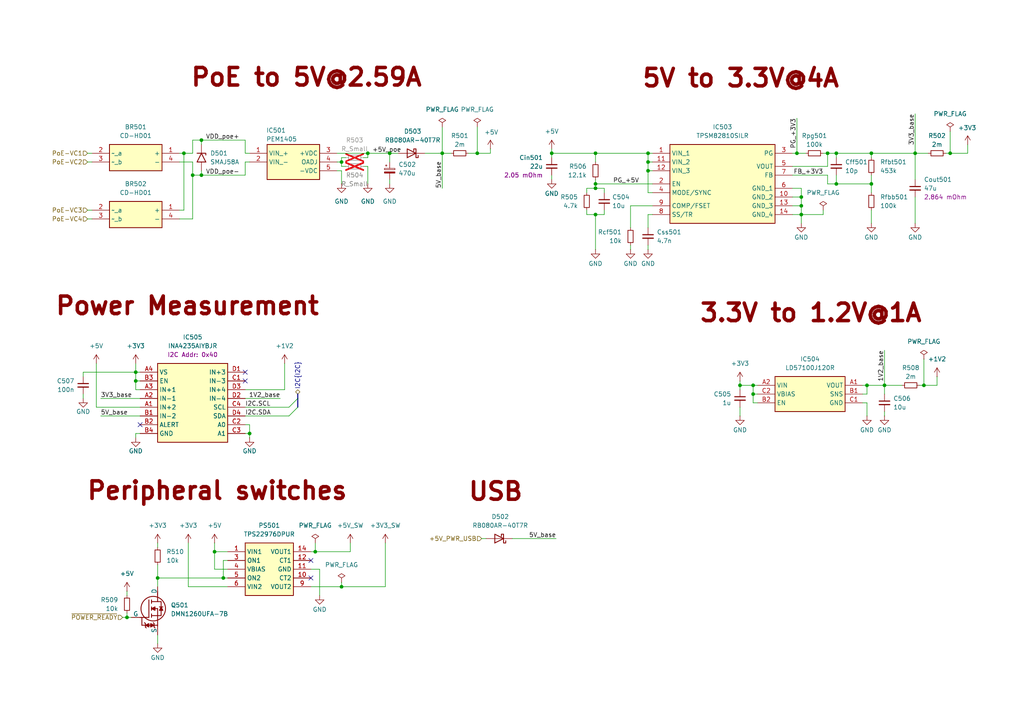
<source format=kicad_sch>
(kicad_sch (version 20250114) (generator "eeschema") (generator_version "9.0")
  (paper "A4")
  (lib_symbols
    (symbol "Device:C_Polarized_Small" (pin_numbers (hide yes)) (pin_names (offset 0.254) (hide yes))
      (property "Reference" "C" (at 0.254 1.778 0))
      (property "Value" "C_Polarized_Small" (at 0.254 -2.032 0))
      (symbol "C_Polarized_Small_1_1"
        (pin passive line (at 0 2.54 270) (length 1.8542) (name "~") (number "1"))
        (pin passive line (at 0 -2.54 90) (length 1.8542) (name "~") (number "2"))
      )
    )
    (symbol "Device:C_Small" (pin_numbers (hide yes)) (pin_names (offset 0.254) (hide yes))
      (property "Reference" "C" (at 0.254 1.778 0))
      (property "Value" "C_Small" (at 0.254 -2.032 0))
      (symbol "C_Small_1_1"
        (pin passive line (at 0 2.54 270) (length 2.032) (name "~") (number "1"))
        (pin passive line (at 0 -2.54 90) (length 2.032) (name "~") (number "2"))
      )
    )
    (symbol "Device:D_Schottky" (pin_numbers (hide yes)) (pin_names (offset 1.016) (hide yes))
      (property "Reference" "D" (at 0 2.54 0))
      (property "Value" "D_Schottky" (at 0 -2.54 0))
      (symbol "D_Schottky_1_1"
        (pin passive line (at -3.81 0 0) (length 2.54) (name "K") (number "1"))
        (pin passive line (at 3.81 0 180) (length 2.54) (name "A") (number "2"))
      )
    )
    (symbol "Device:R_Small" (pin_numbers (hide yes)) (pin_names (offset 0.254) (hide yes))
      (property "Reference" "R" (at 0.762 0.508 0))
      (property "Value" "R_Small" (at 0.762 -1.016 0))
      (symbol "R_Small_1_1"
        (pin passive line (at 0 2.54 270) (length 0.762) (name "~") (number "1"))
        (pin passive line (at 0 -2.54 90) (length 0.762) (name "~") (number "2"))
      )
    )
    (symbol "Diode:SMAJ58A" (pin_numbers (hide yes)) (pin_names (offset 1.016) (hide yes))
      (property "Reference" "D" (at 0 2.54 0))
      (property "Value" "SMAJ58A" (at 0 -2.54 0))
      (symbol "SMAJ58A_1_1"
        (pin passive line (at -3.81 0 0) (length 2.54) (name "A1") (number "1"))
        (pin passive line (at 3.81 0 180) (length 2.54) (name "A2") (number "2"))
      )
    )
    (symbol "extras:CD-HD01"
      (property "Reference" "BR" (at 5.08 7.112 0))
      (property "Value" "CD-HD01" (at 5.08 4.572 0))
      (symbol "CD-HD01_1_1"
        (pin passive line (at 0 0 0) (length 5.08) (name "~_b") (number "3"))
        (pin passive line (at 0 -2.54 0) (length 5.08) (name "~_a") (number "2"))
        (pin passive line (at 25.4 0 180) (length 5.08) (name "-") (number "4"))
        (pin passive line (at 25.4 -2.54 180) (length 5.08) (name "+") (number "1"))
      )
    )
    (symbol "extras:DMN1260UFA-7B" (pin_numbers (hide yes)) (pin_names (offset 0))
      (property "Reference" "Q" (at 11.43 3.81 0))
      (property "Value" "DMN1260UFA-7B" (at 11.43 1.27 0))
      (symbol "DMN1260UFA-7B_1_1"
        (pin passive line (at 0 0 0) (length 2.54) (name "G") (number "1"))
        (pin passive line (at 7.62 8.89 270) (length 2.54) (name "D") (number "3"))
        (pin passive line (at 7.62 -5.08 90) (length 2.54) (name "S") (number "2"))
      )
    )
    (symbol "extras:INA4235AIYBJR"
      (property "Reference" "IC" (at 5.08 6.985 0))
      (property "Value" "INA4235AIYBJR" (at 5.08 4.445 0))
      (symbol "INA4235AIYBJR_1_1"
        (pin passive line (at 0 0 0) (length 5.08) (name "VS") (number "A4"))
        (pin passive line (at 0 -2.54 0) (length 5.08) (name "EN") (number "B3"))
        (pin passive line (at 0 -5.08 0) (length 5.08) (name "IN+1") (number "A3"))
        (pin passive line (at 0 -7.62 0) (length 5.08) (name "IN-1") (number "A2"))
        (pin passive line (at 0 -10.16 0) (length 5.08) (name "IN+2") (number "A1"))
        (pin passive line (at 0 -12.7 0) (length 5.08) (name "IN-2") (number "B1"))
        (pin passive line (at 0 -15.24 0) (length 5.08) (name "ALERT") (number "B2"))
        (pin passive line (at 0 -17.78 0) (length 5.08) (name "GND") (number "B4"))
        (pin passive line (at 30.48 0 180) (length 5.08) (name "IN+3") (number "D1"))
        (pin passive line (at 30.48 -2.54 180) (length 5.08) (name "IN-3") (number "C1"))
        (pin passive line (at 30.48 -5.08 180) (length 5.08) (name "IN+4") (number "D3"))
        (pin passive line (at 30.48 -7.62 180) (length 5.08) (name "IN-4") (number "D2"))
        (pin passive line (at 30.48 -10.16 180) (length 5.08) (name "SCL") (number "C4"))
        (pin passive line (at 30.48 -12.7 180) (length 5.08) (name "SDA") (number "D4"))
        (pin passive line (at 30.48 -15.24 180) (length 5.08) (name "A0") (number "C2"))
        (pin passive line (at 30.48 -17.78 180) (length 5.08) (name "A1") (number "C3"))
      )
    )
    (symbol "extras:LD57100J120R"
      (property "Reference" "IC" (at 5.08 7.112 0))
      (property "Value" "LD57100J120R" (at 5.08 4.572 0))
      (symbol "LD57100J120R_1_1"
        (pin power_in line (at 0 0 0) (length 5.08) (name "VIN") (number "A2"))
        (pin power_in line (at 0 -2.54 0) (length 5.08) (name "VBIAS") (number "C2"))
        (pin passive line (at 0 -5.08 0) (length 5.08) (name "EN") (number "B2"))
        (pin power_out line (at 30.48 0 180) (length 5.08) (name "VOUT") (number "A1"))
        (pin passive line (at 30.48 -2.54 180) (length 5.08) (name "SNS") (number "B1"))
        (pin power_in line (at 30.48 -5.08 180) (length 5.08) (name "GND") (number "C1"))
      )
    )
    (symbol "extras:PEM1405"
      (property "Reference" "IC" (at 4.826 7.366 0))
      (property "Value" "PEM1405" (at 4.826 4.826 0))
      (symbol "PEM1405_1_1"
        (pin passive line (at 0 0 0) (length 5.08) (name "VIN_+") (number "1"))
        (pin passive line (at 0 -2.54 0) (length 5.08) (name "VIN_-") (number "2"))
        (pin passive line (at 25.4 0 180) (length 5.08) (name "+VDC") (number "3"))
        (pin passive line (at 25.4 -2.54 180) (length 5.08) (name "OADJ") (number "4"))
        (pin passive line (at 25.4 -5.08 180) (length 5.08) (name "-VDC") (number "5"))
      )
    )
    (symbol "extras:TPS22976DPUR"
      (property "Reference" "PS" (at 5.08 6.985 0))
      (property "Value" "TPS22976DPUR" (at 5.08 4.445 0))
      (symbol "TPS22976DPUR_1_1"
        (pin passive line (at 0 0 0) (length 5.08) (name "VIN1") (number "1"))
        (pin passive line (at 0 0 0) (length 5.08) (hide yes) (name "VIN1") (number "2"))
        (pin passive line (at 0 -2.54 0) (length 5.08) (name "ON1") (number "3"))
        (pin passive line (at 0 -5.08 0) (length 5.08) (name "VBIAS") (number "4"))
        (pin passive line (at 0 -7.62 0) (length 5.08) (name "ON2") (number "5"))
        (pin passive line (at 0 -10.16 0) (length 5.08) (name "VIN2") (number "6"))
        (pin passive line (at 0 -10.16 0) (length 5.08) (hide yes) (name "VIN2") (number "7"))
        (pin passive line (at 24.13 0 180) (length 5.08) (hide yes) (name "VOUT1") (number "13"))
        (pin passive line (at 24.13 0 180) (length 5.08) (name "VOUT1") (number "14"))
        (pin passive line (at 24.13 -2.54 180) (length 5.08) (name "CT1") (number "12"))
        (pin passive line (at 24.13 -5.08 180) (length 5.08) (name "GND") (number "11"))
        (pin passive line (at 24.13 -5.08 180) (length 5.08) (hide yes) (name "EP") (number "15"))
        (pin passive line (at 24.13 -7.62 180) (length 5.08) (name "CT2") (number "10"))
        (pin passive line (at 24.13 -10.16 180) (length 5.08) (hide yes) (name "VOUT2") (number "8"))
        (pin passive line (at 24.13 -10.16 180) (length 5.08) (name "VOUT2") (number "9"))
      )
    )
    (symbol "extras:TPSM82810SILR"
      (property "Reference" "IC" (at 4.826 7.112 0))
      (property "Value" "TPSM82810SILR" (at 4.826 4.572 0))
      (symbol "TPSM82810SILR_1_1"
        (pin power_in line (at 0 0 0) (length 5.08) (name "VIN_1") (number "1"))
        (pin power_in line (at 0 -2.54 0) (length 5.08) (name "VIN_2") (number "11"))
        (pin power_in line (at 0 -5.08 0) (length 5.08) (name "VIN_3") (number "12"))
        (pin input line (at 0 -8.89 0) (length 5.08) (name "EN") (number "2"))
        (pin input line (at 0 -11.43 0) (length 5.08) (name "MODE/SYNC") (number "4"))
        (pin passive line (at 0 -15.24 0) (length 5.08) (name "COMP/FSET") (number "9"))
        (pin passive line (at 0 -17.78 0) (length 5.08) (name "SS/TR") (number "8"))
        (pin passive line (at 40.64 0 180) (length 5.08) (name "PG") (number "3"))
        (pin power_out line (at 40.64 -3.81 180) (length 5.08) (name "VOUT") (number "5"))
        (pin passive line (at 40.64 -6.35 180) (length 5.08) (name "FB") (number "7"))
        (pin power_in line (at 40.64 -10.16 180) (length 5.08) (name "GND_1") (number "6"))
        (pin power_in line (at 40.64 -12.7 180) (length 5.08) (name "GND_2") (number "10"))
        (pin power_in line (at 40.64 -15.24 180) (length 5.08) (name "GND_3") (number "13"))
        (pin power_in line (at 40.64 -17.78 180) (length 5.08) (name "GND_4") (number "14"))
      )
    )
    (symbol "power:+1V2" (power) (pin_numbers (hide yes)) (pin_names (offset 0) (hide yes))
      (property "Value" "+1V2" (at 0 3.556 0))
      (symbol "+1V2_1_1"
        (pin power_in line (at 0 0 90) (length 0) (name "~") (number "1"))
      )
    )
    (symbol "power:+3.3V" (power) (pin_numbers (hide yes)) (pin_names (offset 0) (hide yes))
      (property "Value" "+3.3V" (at 0 3.556 0))
      (symbol "+3.3V_1_1"
        (pin power_in line (at 0 0 90) (length 0) (name "~") (number "1"))
      )
    )
    (symbol "power:+3V3" (power) (pin_numbers (hide yes)) (pin_names (offset 0) (hide yes))
      (property "Value" "+3V3" (at 0 3.556 0))
      (symbol "+3V3_1_1"
        (pin power_in line (at 0 0 90) (length 0) (name "~") (number "1"))
      )
    )
    (symbol "power:+5V" (power) (pin_numbers (hide yes)) (pin_names (offset 0) (hide yes))
      (property "Value" "+5V" (at 0 3.556 0))
      (symbol "+5V_1_1"
        (pin power_in line (at 0 0 90) (length 0) (name "~") (number "1"))
      )
    )
    (symbol "power:GND" (power) (pin_numbers (hide yes)) (pin_names (offset 0) (hide yes))
      (property "Value" "GND" (at 0 -3.81 0))
      (symbol "GND_1_1"
        (pin power_in line (at 0 0 270) (length 0) (name "~") (number "1"))
      )
    )
    (symbol "power:PWR_FLAG" (power) (pin_numbers (hide yes)) (pin_names (offset 0) (hide yes))
      (property "Value" "PWR_FLAG" (at 0 3.81 0))
      (symbol "PWR_FLAG_0_0"
        (pin power_out line (at 0 0 90) (length 0) (name "~") (number "1"))
      )
    )
  )
  (text "USB" (at 143.764 142.748 0) (effects (font (size 5.08 5.08) (bold yes))))
  (text "3.3V to 1.2V@1A" (at 235.204 90.932 0) (effects (font (size 5.08 5.08) (bold yes))))
  (text "5V to 3.3V@4A" (at 214.884 22.86 0) (effects (font (size 5.08 5.08) (bold yes))))
  (text "PoE to 5V@2.59A" (at 88.9 22.606 0) (effects (font (size 5.08 5.08) (bold yes))))
  (text "Power Measurement" (at 54.356 88.9 0) (effects (font (size 5.08 5.08) (bold yes))))
  (text "Peripheral switches" (at 62.992 142.494 0) (effects (font (size 5.08 5.08) (bold yes))))
  (junction (at 99.06 46.99))
  (junction (at 242.57 44.45))
  (junction (at 91.44 160.02))
  (junction (at 39.37 107.95))
  (junction (at 64.77 167.64))
  (junction (at 172.72 53.34))
  (junction (at 240.03 44.45))
  (junction (at 53.34 44.45))
  (junction (at 242.57 53.34))
  (junction (at 58.42 50.8))
  (junction (at 106.68 44.45))
  (junction (at 187.96 49.53))
  (junction (at 113.03 44.45))
  (junction (at 58.42 40.64))
  (junction (at 39.37 110.49))
  (junction (at 172.72 62.23))
  (junction (at 172.72 44.45))
  (junction (at 265.43 44.45))
  (junction (at 232.41 59.69))
  (junction (at 36.83 179.07))
  (junction (at 99.06 170.18))
  (junction (at 62.23 160.02))
  (junction (at 214.63 111.76))
  (junction (at 252.73 44.45))
  (junction (at 72.39 125.73))
  (junction (at 218.44 111.76))
  (junction (at 267.97 111.76))
  (junction (at 160.02 44.45))
  (junction (at 45.72 167.64))
  (junction (at 128.27 44.45))
  (junction (at 218.44 114.3))
  (junction (at 232.41 57.15))
  (junction (at 187.96 44.45))
  (junction (at 172.72 54.61))
  (junction (at 187.96 46.99))
  (junction (at 55.88 50.8))
  (junction (at 231.14 44.45))
  (junction (at 232.41 62.23))
  (junction (at 251.46 111.76))
  (junction (at 256.54 111.76))
  (junction (at 138.43 44.45))
  (junction (at 275.59 44.45))
  (junction (at 252.73 53.34))
  (no_connect (at 90.17 162.56))
  (no_connect (at 40.64 123.19))
  (no_connect (at 90.17 167.64))
  (no_connect (at 71.12 107.95))
  (no_connect (at 71.12 110.49))
  (bus_entry (at 86.36 115.57) (size -2.54 2.54))
  (bus_entry (at 86.36 118.11) (size -2.54 2.54))
  (wire (pts (xy 27.94 105.41) (xy 27.94 118.11)))
  (wire (pts (xy 105.41 45.72) (xy 106.68 45.72)))
  (wire (pts (xy 52.07 46.99) (xy 55.88 46.99)))
  (wire (pts (xy 251.46 114.3) (xy 251.46 111.76)))
  (wire (pts (xy 71.12 125.73) (xy 72.39 125.73)))
  (wire (pts (xy 45.72 170.18) (xy 45.72 167.64)))
  (wire (pts (xy 24.13 107.95) (xy 39.37 107.95)))
  (wire (pts (xy 29.21 120.65) (xy 40.64 120.65)))
  (wire (pts (xy 172.72 54.61) (xy 175.26 54.61)))
  (wire (pts (xy 229.87 44.45) (xy 231.14 44.45)))
  (wire (pts (xy 175.26 60.96) (xy 175.26 62.23)))
  (wire (pts (xy 54.61 157.48) (xy 54.61 170.18)))
  (wire (pts (xy 53.34 44.45) (xy 55.88 44.45)))
  (wire (pts (xy 91.44 160.02) (xy 90.17 160.02)))
  (wire (pts (xy 229.87 50.8) (xy 240.03 50.8)))
  (wire (pts (xy 25.4 63.5) (xy 26.67 63.5)))
  (wire (pts (xy 256.54 111.76) (xy 261.62 111.76)))
  (wire (pts (xy 25.4 46.99) (xy 26.67 46.99)))
  (wire (pts (xy 92.71 165.1) (xy 92.71 172.72)))
  (wire (pts (xy 55.88 46.99) (xy 55.88 50.8)))
  (wire (pts (xy 55.88 50.8) (xy 58.42 50.8)))
  (wire (pts (xy 252.73 50.8) (xy 252.73 53.34)))
  (wire (pts (xy 252.73 44.45) (xy 252.73 45.72)))
  (wire (pts (xy 172.72 54.61) (xy 172.72 53.34)))
  (wire (pts (xy 64.77 162.56) (xy 64.77 167.64)))
  (wire (pts (xy 97.79 49.53) (xy 99.06 49.53)))
  (wire (pts (xy 45.72 157.48) (xy 45.72 158.75)))
  (wire (pts (xy 252.73 60.96) (xy 252.73 64.77)))
  (wire (pts (xy 250.19 111.76) (xy 251.46 111.76)))
  (wire (pts (xy 189.23 49.53) (xy 187.96 49.53)))
  (wire (pts (xy 45.72 167.64) (xy 45.72 163.83)))
  (wire (pts (xy 189.23 55.88) (xy 187.96 55.88)))
  (wire (pts (xy 138.43 36.83) (xy 138.43 44.45)))
  (wire (pts (xy 106.68 48.26) (xy 106.68 53.34)))
  (wire (pts (xy 90.17 165.1) (xy 92.71 165.1)))
  (wire (pts (xy 72.39 46.99) (xy 71.12 46.99)))
  (wire (pts (xy 58.42 50.8) (xy 71.12 50.8)))
  (wire (pts (xy 214.63 110.49) (xy 214.63 111.76)))
  (wire (pts (xy 187.96 44.45) (xy 189.23 44.45)))
  (wire (pts (xy 219.71 116.84) (xy 218.44 116.84)))
  (wire (pts (xy 274.32 44.45) (xy 275.59 44.45)))
  (wire (pts (xy 238.76 60.96) (xy 238.76 62.23)))
  (wire (pts (xy 82.55 105.41) (xy 82.55 113.03)))
  (wire (pts (xy 66.04 162.56) (xy 64.77 162.56)))
  (wire (pts (xy 128.27 36.83) (xy 128.27 44.45)))
  (wire (pts (xy 229.87 57.15) (xy 232.41 57.15)))
  (wire (pts (xy 91.44 157.48) (xy 91.44 160.02)))
  (wire (pts (xy 53.34 44.45) (xy 53.34 60.96)))
  (wire (pts (xy 99.06 45.72) (xy 100.33 45.72)))
  (wire (pts (xy 187.96 46.99) (xy 187.96 49.53)))
  (wire (pts (xy 99.06 46.99) (xy 99.06 45.72)))
  (wire (pts (xy 83.82 120.65) (xy 71.12 120.65)))
  (wire (pts (xy 35.56 179.07) (xy 36.83 179.07)))
  (wire (pts (xy 170.18 60.96) (xy 170.18 62.23)))
  (wire (pts (xy 182.88 71.12) (xy 182.88 72.39)))
  (wire (pts (xy 62.23 157.48) (xy 62.23 160.02)))
  (wire (pts (xy 100.33 48.26) (xy 99.06 48.26)))
  (wire (pts (xy 271.78 109.22) (xy 271.78 111.76)))
  (wire (pts (xy 240.03 53.34) (xy 242.57 53.34)))
  (wire (pts (xy 36.83 177.8) (xy 36.83 179.07)))
  (bus (pts (xy 86.36 115.57) (xy 86.36 118.11)))
  (wire (pts (xy 82.55 113.03) (xy 71.12 113.03)))
  (wire (pts (xy 187.96 44.45) (xy 187.96 46.99)))
  (wire (pts (xy 58.42 40.64) (xy 58.42 41.91)))
  (wire (pts (xy 71.12 46.99) (xy 71.12 50.8)))
  (wire (pts (xy 218.44 111.76) (xy 219.71 111.76)))
  (wire (pts (xy 142.24 43.18) (xy 142.24 44.45)))
  (wire (pts (xy 170.18 54.61) (xy 170.18 55.88)))
  (wire (pts (xy 251.46 111.76) (xy 256.54 111.76)))
  (wire (pts (xy 135.89 44.45) (xy 138.43 44.45)))
  (wire (pts (xy 240.03 48.26) (xy 240.03 44.45)))
  (wire (pts (xy 66.04 167.64) (xy 64.77 167.64)))
  (wire (pts (xy 106.68 44.45) (xy 106.68 45.72)))
  (wire (pts (xy 250.19 114.3) (xy 251.46 114.3)))
  (wire (pts (xy 39.37 110.49) (xy 39.37 107.95)))
  (wire (pts (xy 242.57 50.8) (xy 242.57 53.34)))
  (wire (pts (xy 232.41 59.69) (xy 232.41 62.23)))
  (wire (pts (xy 52.07 60.96) (xy 53.34 60.96)))
  (wire (pts (xy 64.77 167.64) (xy 45.72 167.64)))
  (wire (pts (xy 252.73 44.45) (xy 265.43 44.45)))
  (wire (pts (xy 58.42 49.53) (xy 58.42 50.8)))
  (wire (pts (xy 240.03 50.8) (xy 240.03 53.34)))
  (wire (pts (xy 172.72 53.34) (xy 189.23 53.34)))
  (wire (pts (xy 52.07 44.45) (xy 53.34 44.45)))
  (wire (pts (xy 232.41 62.23) (xy 232.41 64.77)))
  (wire (pts (xy 39.37 110.49) (xy 40.64 110.49)))
  (wire (pts (xy 214.63 111.76) (xy 214.63 113.03)))
  (wire (pts (xy 111.76 170.18) (xy 111.76 157.48)))
  (wire (pts (xy 160.02 44.45) (xy 172.72 44.45)))
  (wire (pts (xy 252.73 53.34) (xy 252.73 55.88)))
  (wire (pts (xy 90.17 170.18) (xy 99.06 170.18)))
  (wire (pts (xy 231.14 44.45) (xy 233.68 44.45)))
  (wire (pts (xy 128.27 54.61) (xy 128.27 44.45)))
  (wire (pts (xy 238.76 62.23) (xy 232.41 62.23)))
  (wire (pts (xy 189.23 62.23) (xy 187.96 62.23)))
  (wire (pts (xy 39.37 107.95) (xy 39.37 105.41)))
  (wire (pts (xy 45.72 184.15) (xy 45.72 186.69)))
  (wire (pts (xy 62.23 165.1) (xy 62.23 160.02)))
  (wire (pts (xy 187.96 49.53) (xy 187.96 55.88)))
  (wire (pts (xy 218.44 111.76) (xy 214.63 111.76)))
  (wire (pts (xy 71.12 44.45) (xy 72.39 44.45)))
  (wire (pts (xy 218.44 116.84) (xy 218.44 114.3)))
  (wire (pts (xy 138.43 44.45) (xy 142.24 44.45)))
  (wire (pts (xy 29.21 115.57) (xy 40.64 115.57)))
  (wire (pts (xy 25.4 60.96) (xy 26.67 60.96)))
  (wire (pts (xy 242.57 53.34) (xy 252.73 53.34)))
  (wire (pts (xy 36.83 171.45) (xy 36.83 172.72)))
  (wire (pts (xy 267.97 111.76) (xy 266.7 111.76)))
  (wire (pts (xy 71.12 40.64) (xy 71.12 44.45)))
  (wire (pts (xy 71.12 118.11) (xy 83.82 118.11)))
  (wire (pts (xy 265.43 33.02) (xy 265.43 44.45)))
  (wire (pts (xy 172.72 44.45) (xy 172.72 46.99)))
  (wire (pts (xy 229.87 62.23) (xy 232.41 62.23)))
  (wire (pts (xy 214.63 118.11) (xy 214.63 120.65)))
  (wire (pts (xy 256.54 114.3) (xy 256.54 111.76)))
  (wire (pts (xy 71.12 123.19) (xy 72.39 123.19)))
  (wire (pts (xy 160.02 43.18) (xy 160.02 44.45)))
  (wire (pts (xy 81.28 115.57) (xy 71.12 115.57)))
  (wire (pts (xy 66.04 165.1) (xy 62.23 165.1)))
  (wire (pts (xy 218.44 114.3) (xy 218.44 111.76)))
  (wire (pts (xy 187.96 46.99) (xy 189.23 46.99)))
  (wire (pts (xy 72.39 125.73) (xy 72.39 127)))
  (wire (pts (xy 172.72 44.45) (xy 187.96 44.45)))
  (wire (pts (xy 148.59 156.21) (xy 161.29 156.21)))
  (wire (pts (xy 280.67 41.91) (xy 280.67 44.45)))
  (wire (pts (xy 62.23 160.02) (xy 66.04 160.02)))
  (wire (pts (xy 265.43 57.15) (xy 265.43 64.77)))
  (wire (pts (xy 160.02 50.8) (xy 160.02 52.07)))
  (wire (pts (xy 172.72 62.23) (xy 172.72 72.39)))
  (wire (pts (xy 123.19 44.45) (xy 128.27 44.45)))
  (wire (pts (xy 275.59 38.1) (xy 275.59 44.45)))
  (wire (pts (xy 113.03 52.07) (xy 113.03 53.34)))
  (wire (pts (xy 218.44 114.3) (xy 219.71 114.3)))
  (wire (pts (xy 40.64 107.95) (xy 39.37 107.95)))
  (wire (pts (xy 172.72 62.23) (xy 170.18 62.23)))
  (wire (pts (xy 25.4 44.45) (xy 26.67 44.45)))
  (wire (pts (xy 39.37 113.03) (xy 39.37 110.49)))
  (wire (pts (xy 160.02 44.45) (xy 160.02 45.72)))
  (wire (pts (xy 52.07 63.5) (xy 55.88 63.5)))
  (wire (pts (xy 105.41 48.26) (xy 106.68 48.26)))
  (wire (pts (xy 139.7 156.21) (xy 140.97 156.21)))
  (wire (pts (xy 106.68 44.45) (xy 113.03 44.45)))
  (wire (pts (xy 231.14 34.29) (xy 231.14 44.45)))
  (wire (pts (xy 39.37 125.73) (xy 39.37 127)))
  (wire (pts (xy 229.87 54.61) (xy 232.41 54.61)))
  (wire (pts (xy 238.76 44.45) (xy 240.03 44.45)))
  (wire (pts (xy 175.26 55.88) (xy 175.26 54.61)))
  (wire (pts (xy 99.06 46.99) (xy 99.06 48.26)))
  (wire (pts (xy 242.57 45.72) (xy 242.57 44.45)))
  (wire (pts (xy 240.03 44.45) (xy 242.57 44.45)))
  (wire (pts (xy 251.46 116.84) (xy 250.19 116.84)))
  (wire (pts (xy 99.06 170.18) (xy 111.76 170.18)))
  (wire (pts (xy 97.79 44.45) (xy 106.68 44.45)))
  (wire (pts (xy 40.64 125.73) (xy 39.37 125.73)))
  (wire (pts (xy 267.97 104.14) (xy 267.97 111.76)))
  (wire (pts (xy 24.13 107.95) (xy 24.13 109.22)))
  (wire (pts (xy 182.88 59.69) (xy 182.88 66.04)))
  (wire (pts (xy 101.6 160.02) (xy 101.6 157.48)))
  (wire (pts (xy 256.54 101.6) (xy 256.54 111.76)))
  (wire (pts (xy 113.03 44.45) (xy 115.57 44.45)))
  (wire (pts (xy 54.61 170.18) (xy 66.04 170.18)))
  (wire (pts (xy 55.88 63.5) (xy 55.88 50.8)))
  (wire (pts (xy 229.87 48.26) (xy 240.03 48.26)))
  (wire (pts (xy 242.57 44.45) (xy 252.73 44.45)))
  (wire (pts (xy 38.1 179.07) (xy 36.83 179.07)))
  (wire (pts (xy 256.54 119.38) (xy 256.54 120.65)))
  (wire (pts (xy 72.39 123.19) (xy 72.39 125.73)))
  (wire (pts (xy 99.06 49.53) (xy 99.06 53.34)))
  (wire (pts (xy 232.41 57.15) (xy 232.41 59.69)))
  (wire (pts (xy 229.87 59.69) (xy 232.41 59.69)))
  (wire (pts (xy 187.96 62.23) (xy 187.96 66.04)))
  (wire (pts (xy 189.23 59.69) (xy 182.88 59.69)))
  (wire (pts (xy 97.79 46.99) (xy 99.06 46.99)))
  (wire (pts (xy 172.72 53.34) (xy 172.72 52.07)))
  (wire (pts (xy 40.64 113.03) (xy 39.37 113.03)))
  (wire (pts (xy 170.18 54.61) (xy 172.72 54.61)))
  (wire (pts (xy 55.88 44.45) (xy 55.88 40.64)))
  (wire (pts (xy 265.43 44.45) (xy 265.43 52.07)))
  (wire (pts (xy 232.41 54.61) (xy 232.41 57.15)))
  (wire (pts (xy 175.26 62.23) (xy 172.72 62.23)))
  (wire (pts (xy 55.88 40.64) (xy 58.42 40.64)))
  (wire (pts (xy 113.03 44.45) (xy 113.03 46.99)))
  (wire (pts (xy 99.06 168.91) (xy 99.06 170.18)))
  (wire (pts (xy 251.46 120.65) (xy 251.46 116.84)))
  (wire (pts (xy 271.78 111.76) (xy 267.97 111.76)))
  (wire (pts (xy 265.43 44.45) (xy 269.24 44.45)))
  (wire (pts (xy 58.42 40.64) (xy 71.12 40.64)))
  (bus (pts (xy 86.36 114.3) (xy 86.36 115.57)))
  (wire (pts (xy 27.94 118.11) (xy 40.64 118.11)))
  (wire (pts (xy 24.13 114.3) (xy 24.13 115.57)))
  (wire (pts (xy 128.27 44.45) (xy 130.81 44.45)))
  (wire (pts (xy 275.59 44.45) (xy 280.67 44.45)))
  (wire (pts (xy 91.44 160.02) (xy 101.6 160.02)))
  (wire (pts (xy 187.96 71.12) (xy 187.96 72.39)))
  (label "1V2_base" (at 81.28 115.57 180))
  (label "VDD_poe+" (at 59.69 40.64 0))
  (label "PG_+5V" (at 177.8 53.34 0))
  (label "5V_base" (at 128.27 54.61 90))
  (label "3V3_base" (at 265.43 33.02 270))
  (label "VDD_poe-" (at 59.69 50.8 0))
  (label "+5V_poe" (at 107.95 44.45 0))
  (label "PG_+3V3" (at 231.14 34.29 270))
  (label "3V3_base" (at 29.21 115.57 0))
  (label "FB_+3V3" (at 238.76 50.8 180))
  (label "1V2_base" (at 256.54 101.6 270))
  (label "I2C.SCL" (at 71.12 118.11 0))
  (label "5V_base" (at 161.29 156.21 180))
  (label "5V_base" (at 29.21 120.65 0))
  (label "I2C.SDA" (at 71.12 120.65 0))
  (hierarchical_label "PoE-VC3" (shape input) (at 25.4 60.96 180))
  (hierarchical_label "~{POWER_READY}" (shape input) (at 35.56 179.07 180))
  (hierarchical_label "PoE-VC4" (shape input) (at 25.4 63.5 180))
  (hierarchical_label "PoE-VC2" (shape input) (at 25.4 46.99 180))
  (hierarchical_label "I2C{I2C}" (shape bidirectional) (at 86.36 114.3 90))
  (hierarchical_label "PoE-VC1" (shape input) (at 25.4 44.45 180))
  (hierarchical_label "+5V_PWR_USB" (shape input) (at 139.7 156.21 180))
  (symbol (lib_id "Device:C_Small") (at 24.13 111.76 0) (unit 1)
    (property "Reference" "C507" (at 21.59 110.4962 0) (effects (justify right)))
    (property "Value" "100n" (at 21.59 113.0362 0) (effects (justify right)))
    (property "Footprint" "Capacitor_SMD:C_0201_0603Metric" (effects (hide yes)))
    (property "Description" "Unpolarized capacitor, small symbol" (effects (hide yes)))
    (property "Mouser Part Number" "81-GRM033Z71C104KE4J" (effects (hide yes)))
  )
  (symbol (lib_id "power:+5V") (at 142.24 43.18 0) (unit 1)
    (property "Reference" "#PWR0511" (effects (hide yes)))
    (property "Value" "+5V" (at 140.462 38.354 0) (effects (justify left)))
    (property "Description" "Power symbol creates a global label with name \"+5V\"" (effects (hide yes)))
    (instances (project "" (path "" (reference "#PWR0511") (unit 1))) (project "power-test" (path "" (reference "#PWR06") (unit 1))))
  )
  (symbol (lib_id "power:+5V") (at 27.94 105.41 0) (unit 1)
    (property "Reference" "#PWR0529" (effects (hide yes)))
    (property "Value" "+5V" (at 27.94 100.33 0))
    (property "Description" "Power symbol creates a global label with name \"+5V\"" (effects (hide yes)))
  )
  (symbol (lib_id "power:+3.3V") (at 280.67 41.91 0) (unit 1)
    (property "Reference" "#PWR0528" (effects (hide yes)))
    (property "Value" "+3V3" (at 277.876 37.084 0) (effects (justify left)))
    (property "Description" "Power symbol creates a global label with name \"+3.3V\"" (effects (hide yes)))
    (instances (project "" (path "" (reference "#PWR0528") (unit 1))) (project "power-test" (path "" (reference "#PWR028") (unit 1))))
  )
  (symbol (lib_id "power:PWR_FLAG") (at 275.59 38.1 0) (unit 1)
    (property "Reference" "#FLG0507" (effects (hide yes)))
    (property "Value" "PWR_FLAG" (at 275.59 33.02 0))
    (property "Description" "Special symbol for telling ERC where power comes from" (effects (hide yes)))
  )
  (symbol (lib_id "Device:R_Small") (at 133.35 44.45 90) (mirror x) (unit 1)
    (property "Reference" "R501" (at 133.35 39.37 90))
    (property "Value" "2m" (at 133.35 41.91 90))
    (property "Footprint" "extras:R_0603" (effects (hide yes)))
    (property "Description" "Resistor, small symbol" (effects (hide yes)))
    (property "Mouser Part Number" " 708-CSS0603FT2L00" (effects (hide yes)))
  )
  (symbol (lib_id "power:+5V") (at 62.23 157.48 0) (unit 1)
    (property "Reference" "#PWR0536" (effects (hide yes)))
    (property "Value" "+5V" (at 62.23 152.4 0))
    (property "Description" "Power symbol creates a global label with name \"+5V\"" (effects (hide yes)))
  )
  (symbol (lib_id "power:GND") (at 252.73 64.77 0) (unit 1)
    (property "Reference" "#PWR0526" (effects (hide yes)))
    (property "Value" "GND" (at 252.73 68.834 0))
    (property "Description" "Power symbol creates a global label with name \"GND\" , ground" (effects (hide yes)))
    (instances (project "" (path "" (reference "#PWR0526") (unit 1))) (project "power-test" (path "" (reference "#PWR022") (unit 1))))
  )
  (symbol (lib_id "power:+3.3V") (at 214.63 110.49 0) (unit 1)
    (property "Reference" "#PWR0520" (effects (hide yes)))
    (property "Value" "+3V3" (at 214.63 105.41 0))
    (property "Description" "Power symbol creates a global label with name \"+3.3V\"" (effects (hide yes)))
    (instances (project "" (path "" (reference "#PWR0520") (unit 1))) (project "power-test" (path "" (reference "#PWR016") (unit 1))))
  )
  (symbol (lib_id "power:GND") (at 160.02 52.07 0) (unit 1)
    (property "Reference" "#PWR0516" (effects (hide yes)))
    (property "Value" "GND" (at 160.02 56.134 0))
    (property "Description" "Power symbol creates a global label with name \"GND\" , ground" (effects (hide yes)))
    (instances (project "" (path "" (reference "#PWR0516") (unit 1))) (project "power-test" (path "" (reference "#PWR010") (unit 1))))
  )
  (symbol (lib_id "power:GND") (at 256.54 120.65 0) (unit 1)
    (property "Reference" "#PWR0525" (effects (hide yes)))
    (property "Value" "GND" (at 256.54 124.714 0))
    (property "Description" "Power symbol creates a global label with name \"GND\" , ground" (effects (hide yes)))
    (instances (project "" (path "" (reference "#PWR0525") (unit 1))) (project "power-test" (path "" (reference "#PWR021") (unit 1))))
  )
  (symbol (lib_id "Device:C_Small") (at 265.43 54.61 0) (unit 1)
    (property "Reference" "Cout501" (at 267.97 52.0762 0) (effects (justify left)))
    (property "Value" "47u" (at 267.97 54.6162 0) (effects (justify left)))
    (property "Footprint" "extras:C_1206" (effects (hide yes)))
    (property "Description" "Unpolarized capacitor, small symbol" (effects (hide yes)))
    (property "ESR" "2.864 mOhm" (at 267.97 57.1562 0) (effects (justify left)))
    (property "Mouser Part Number" "81-GRM32ER71A476KE5L" (effects (hide yes)))
    (instances (project "" (path "" (reference "Cout501") (unit 1))) (project "power-test" (path "" (reference "Cout1") (unit 1))))
  )
  (symbol (lib_id "power:GND") (at 187.96 72.39 0) (unit 1)
    (property "Reference" "#PWR0519" (effects (hide yes)))
    (property "Value" "GND" (at 187.96 76.454 0))
    (property "Description" "Power symbol creates a global label with name \"GND\" , ground" (effects (hide yes)))
    (instances (project "" (path "" (reference "#PWR0519") (unit 1))) (project "power-test" (path "" (reference "#PWR014") (unit 1))))
  )
  (symbol (lib_id "Device:R_Small") (at 45.72 161.29 0) (unit 1)
    (property "Reference" "R510" (at 48.26 160.0199 0) (effects (justify left)))
    (property "Value" "10k" (at 48.26 162.5599 0) (effects (justify left)))
    (property "Footprint" "extras:R_0402" (effects (hide yes)))
    (property "Description" "Resistor, small symbol" (effects (hide yes)))
    (property "Mouser Part Number" "71-CRCW0402-10K-E3" (effects (hide yes)))
  )
  (symbol (lib_id "power:+3V3") (at 39.37 105.41 0) (unit 1)
    (property "Reference" "#PWR0502" (effects (hide yes)))
    (property "Value" "+3V3" (at 39.37 100.33 0))
    (property "Description" "Power symbol creates a global label with name \"+3V3\"" (effects (hide yes)))
  )
  (symbol (lib_id "power:+3.3V") (at 54.61 157.48 0) (unit 1)
    (property "Reference" "#PWR0535" (effects (hide yes)))
    (property "Value" "+3V3" (at 54.61 152.4 0))
    (property "Description" "Power symbol creates a global label with name \"+3.3V\"" (effects (hide yes)))
  )
  (symbol (lib_id "Device:R_Small") (at 182.88 68.58 0) (unit 1)
    (property "Reference" "Rcf501" (at 180.34 67.3099 0) (effects (justify right)))
    (property "Value" "10k" (at 180.34 69.8499 0) (effects (justify right)))
    (property "Footprint" "extras:R_0402" (effects (hide yes)))
    (property "Description" "Resistor, small symbol" (effects (hide yes)))
    (property "Mouser Part Number" "71-CRCW0402-10K-E3" (effects (hide yes)))
    (instances (project "" (path "" (reference "Rcf501") (unit 1))) (project "power-test" (path "" (reference "Rcf1") (unit 1))))
  )
  (symbol (lib_id "power:PWR_FLAG") (at 91.44 157.48 0) (unit 1)
    (property "Reference" "#FLG0505" (effects (hide yes)))
    (property "Value" "PWR_FLAG" (at 91.44 152.4 0))
    (property "Description" "Special symbol for telling ERC where power comes from" (effects (hide yes)))
  )
  (symbol (lib_id "Device:R_Small") (at 236.22 44.45 90) (mirror x) (unit 1)
    (property "Reference" "Rpg501" (at 236.22 39.37 90))
    (property "Value" "100k" (at 236.22 41.91 90))
    (property "Footprint" "extras:R_0402" (effects (hide yes)))
    (property "Description" "Resistor, small symbol" (effects (hide yes)))
    (property "Mouser Part Number" "71-CRCW0402-100K-E3" (effects (hide yes)))
    (instances (project "" (path "" (reference "Rpg501") (unit 1))) (project "power-test" (path "" (reference "Rpg1") (unit 1))))
  )
  (symbol (lib_id "power:+5V") (at 45.72 157.48 0) (unit 1)
    (property "Reference" "#PWR0533" (effects (hide yes)))
    (property "Value" "+3V3" (at 45.72 152.4 0))
    (property "Description" "Power symbol creates a global label with name \"+5V\"" (effects (hide yes)))
  )
  (symbol (lib_id "power:GND") (at 45.72 186.69 0) (unit 1)
    (property "Reference" "#PWR0534" (effects (hide yes)))
    (property "Value" "GND" (at 45.72 190.754 0))
    (property "Description" "Power symbol creates a global label with name \"GND\" , ground" (effects (hide yes)))
  )
  (symbol (lib_id "power:GND") (at 172.72 72.39 0) (unit 1)
    (property "Reference" "#PWR0517" (effects (hide yes)))
    (property "Value" "GND" (at 172.72 76.454 0))
    (property "Description" "Power symbol creates a global label with name \"GND\" , ground" (effects (hide yes)))
    (instances (project "" (path "" (reference "#PWR0517") (unit 1))) (project "power-test" (path "" (reference "#PWR011") (unit 1))))
  )
  (symbol (lib_id "power:PWR_FLAG") (at 267.97 104.14 0) (unit 1)
    (property "Reference" "#FLG0502" (effects (hide yes)))
    (property "Value" "PWR_FLAG" (at 267.97 99.06 0))
    (property "Description" "Special symbol for telling ERC where power comes from" (effects (hide yes)))
  )
  (symbol (lib_id "Device:C_Small") (at 214.63 115.57 0) (mirror y) (unit 1)
    (property "Reference" "C505" (at 212.09 114.3062 0) (effects (justify left)))
    (property "Value" "1u" (at 212.09 116.8462 0) (effects (justify left)))
    (property "Footprint" "extras:C_0402" (effects (hide yes)))
    (property "Description" "Unpolarized capacitor, small symbol" (effects (hide yes)))
    (property "Mouser Part Number" "187-CL05A105KO5NNNC" (effects (hide yes)))
    (instances (project "" (path "" (reference "C505") (unit 1))) (project "power-test" (path "" (reference "C3") (unit 1))))
  )
  (symbol (lib_id "Device:R_Small") (at 252.73 48.26 0) (mirror y) (unit 1)
    (property "Reference" "Rfbt501" (at 255.27 46.9899 0) (effects (justify right)))
    (property "Value" "453k" (at 255.27 49.5299 0) (effects (justify right)))
    (property "Footprint" "extras:R_0402" (effects (hide yes)))
    (property "Description" "Resistor, small symbol" (effects (hide yes)))
    (property "Mouser Part Number" "71-CRCW0402-453K-E3" (effects (hide yes)))
    (instances (project "" (path "" (reference "Rfbt501") (unit 1))) (project "power-test" (path "" (reference "Rfbt1") (unit 1))))
  )
  (symbol (lib_id "power:PWR_FLAG") (at 138.43 36.83 0) (unit 1)
    (property "Reference" "#FLG0501" (effects (hide yes)))
    (property "Value" "PWR_FLAG" (at 138.43 31.75 0))
    (property "Description" "Special symbol for telling ERC where power comes from" (effects (hide yes)))
  )
  (symbol (lib_id "power:+1V2") (at 271.78 109.22 0) (unit 1)
    (property "Reference" "#PWR0524" (effects (hide yes)))
    (property "Value" "+1V2" (at 271.78 104.14 0))
    (property "Description" "Power symbol creates a global label with name \"+1V2\"" (effects (hide yes)))
    (instances (project "" (path "" (reference "#PWR0524") (unit 1))) (project "power-test" (path "" (reference "#PWR020") (unit 1))))
  )
  (symbol (lib_id "power:GND") (at 24.13 115.57 0) (unit 1)
    (property "Reference" "#PWR0501" (effects (hide yes)))
    (property "Value" "GND" (at 24.13 119.38 0))
    (property "Description" "Power symbol creates a global label with name \"GND\" , ground" (effects (hide yes)))
  )
  (symbol (lib_id "power:PWR_FLAG") (at 128.27 36.83 0) (unit 1)
    (property "Reference" "#FLG0503" (effects (hide yes)))
    (property "Value" "PWR_FLAG" (at 128.27 31.75 0))
    (property "Description" "Special symbol for telling ERC where power comes from" (effects (hide yes)))
    (instances (project "" (path "" (reference "#FLG0503") (unit 1))) (project "power-test" (path "" (reference "#FLG02") (unit 1))))
  )
  (symbol (lib_id "Device:R_Small") (at 264.16 111.76 90) (mirror x) (unit 1)
    (property "Reference" "R508" (at 264.16 106.68 90))
    (property "Value" "2m" (at 264.16 109.22 90))
    (property "Footprint" "extras:R_0603" (effects (hide yes)))
    (property "Description" "Resistor, small symbol" (effects (hide yes)))
    (property "Mouser Part Number" " 708-CSS0603FT2L00" (effects (hide yes)))
  )
  (symbol (lib_id "power:+5V") (at 101.6 157.48 0) (unit 1)
    (property "Reference" "#PWR0537" (effects (hide yes)))
    (property "Value" "+5V_SW" (at 101.6 152.4 0))
    (property "Description" "Power symbol creates a global label with name \"+5V\"" (effects (hide yes)))
  )
  (symbol (lib_id "Device:R_Small") (at 102.87 48.26 90) (unit 1) (dnp yes)
    (property "Reference" "R504" (at 102.87 50.8 90))
    (property "Value" "R_Small" (at 102.87 53.34 90))
    (property "Footprint" "extras:R_0402" (effects (hide yes)))
    (property "Description" "Resistor, small symbol" (effects (hide yes)))
    (property "Mouser Part Number" "-" (effects (hide yes)))
    (instances (project "" (path "" (reference "R504") (unit 1))) (project "power-test" (path "" (reference "R3") (unit 1))))
  )
  (symbol (lib_id "power:GND") (at 232.41 64.77 0) (unit 1)
    (property "Reference" "#PWR0522" (effects (hide yes)))
    (property "Value" "GND" (at 232.41 68.834 0))
    (property "Description" "Power symbol creates a global label with name \"GND\" , ground" (effects (hide yes)))
    (instances (project "" (path "" (reference "#PWR0522") (unit 1))) (project "power-test" (path "" (reference "#PWR018") (unit 1))))
  )
  (symbol (lib_id "extras:PEM1405") (at 72.39 44.45 0) (unit 1)
    (property "Reference" "IC501" (at 77.216 37.084 0) (effects (justify left top)))
    (property "Value" "PEM1405" (at 77.216 39.624 0) (effects (justify left top)))
    (property "Footprint" "extras:PEM1405" (effects (hide yes)))
    (property "Datasheet" "https://www.farnell.com/datasheets/2551713.pdf" (effects (hide yes)))
    (property "Description" "INFOMART IT SOLUTIONS - PEM1405 - POE PD MODULE, 5V, 12.95W" (effects (hide yes)))
    (property "Manufacturer_Name" "INFOMART IT SOLUTIONS" (effects (hide yes)))
    (property "Manufacturer_Part_Number" "PEM1405" (effects (hide yes)))
    (property "Mouser Part Number" "-" (effects (hide yes)))
    (instances (project "" (path "" (reference "IC501") (unit 1))) (project "power-test" (path "" (reference "IC1") (unit 1))))
  )
  (symbol (lib_id "power:GND") (at 265.43 64.77 0) (unit 1)
    (property "Reference" "#PWR0527" (effects (hide yes)))
    (property "Value" "GND" (at 265.43 68.834 0))
    (property "Description" "Power symbol creates a global label with name \"GND\" , ground" (effects (hide yes)))
    (instances (project "" (path "" (reference "#PWR0527") (unit 1))) (project "power-test" (path "" (reference "#PWR023") (unit 1))))
  )
  (symbol (lib_id "extras:DMN1260UFA-7B") (at 38.1 179.07 0) (unit 1)
    (property "Reference" "Q501" (at 49.53 175.5139 0) (effects (justify left)))
    (property "Value" "DMN1260UFA-7B" (at 49.53 178.0539 0) (effects (justify left)))
    (property "Footprint" "extras:DMN1260UFA7B" (effects (hide yes)))
    (property "Datasheet" "https://www.diodes.com//assets/Datasheets/DMN1260UFA.pdf" (effects (hide yes)))
    (property "Description" "MOSFET 12V N-Ch Enh FET 8 VGS 60pF 0.92nC" (effects (hide yes)))
    (property "Height" "0.4" (effects (hide yes)))
    (property "Mouser Part Number" "621-DMN1260UFA-7B" (effects (hide yes)))
    (property "Mouser Price/Stock" "https://www.mouser.co.uk/ProductDetail/Diodes-Incorporated/DMN1260UFA-7B?qs=TL2rE588Q1GjQdkyrZCA4w%3D%3D" (effects (hide yes)))
    (property "Manufacturer_Name" "Diodes Incorporated" (effects (hide yes)))
    (property "Manufacturer_Part_Number" "DMN1260UFA-7B" (effects (hide yes)))
  )
  (symbol (lib_id "Device:C_Small") (at 242.57 48.26 0) (unit 1)
    (property "Reference" "Cff501" (at 245.11 46.9962 0) (effects (justify left)))
    (property "Value" "10p" (at 245.11 49.5362 0) (effects (justify left)))
    (property "Footprint" "extras:C_0603" (effects (hide yes)))
    (property "Description" "Unpolarized capacitor, small symbol" (effects (hide yes)))
    (property "Mouser Part Number" "581-06035A100J" (effects (hide yes)))
    (instances (project "" (path "" (reference "Cff501") (unit 1))) (project "power-test" (path "" (reference "Cff1") (unit 1))))
  )
  (symbol (lib_id "Device:R_Small") (at 172.72 49.53 0) (unit 1)
    (property "Reference" "R506" (at 170.18 48.2599 0) (effects (justify right)))
    (property "Value" "12.1k" (at 170.18 50.7999 0) (effects (justify right)))
    (property "Footprint" "extras:R_0402" (effects (hide yes)))
    (property "Description" "Resistor, small symbol" (effects (hide yes)))
    (property "Mouser Part Number" "CR0402-FX-1212GLF" (effects (hide yes)))
    (instances (project "" (path "" (reference "R506") (unit 1))) (project "power-test" (path "" (reference "R6") (unit 1))))
  )
  (symbol (lib_id "extras:LD57100J120R") (at 219.71 111.76 0) (unit 1)
    (property "Reference" "IC504" (at 234.95 104.14 0))
    (property "Value" "LD57100J120R" (at 234.95 106.68 0))
    (property "Footprint" "extras:BGA6C40P2X3_78X118X36" (effects (hide yes)))
    (property "Datasheet" "https://www.st.com/resource/en/datasheet/ld57100.pdf" (effects (hide yes)))
    (property "Description" "Linear Voltage Regulator IC Positive Fixed 1 Output 1A 6-FlipChip (0.78x1.18)" (effects (hide yes)))
    (property "Height" "0.361" (effects (hide yes)))
    (property "Mouser Part Number" "511-LD57100J120R" (effects (hide yes)))
    (property "Mouser Price/Stock" "https://www.mouser.co.uk/ProductDetail/STMicroelectronics/LD57100J120R?qs=sPbYRqrBIVmbDz2SEdnQrw%3D%3D" (effects (hide yes)))
    (property "Manufacturer_Name" "STMicroelectronics" (effects (hide yes)))
    (property "Manufacturer_Part_Number" "LD57100J120R" (effects (hide yes)))
    (instances (project "" (path "" (reference "IC504") (unit 1))) (project "power-test" (path "" (reference "IC3") (unit 1))))
  )
  (symbol (lib_id "Device:R_Small") (at 170.18 58.42 0) (unit 1)
    (property "Reference" "R505" (at 167.64 57.1499 0) (effects (justify right)))
    (property "Value" "4.7k" (at 167.64 59.6899 0) (effects (justify right)))
    (property "Footprint" "extras:R_0402" (effects (hide yes)))
    (property "Description" "Resistor, small symbol" (effects (hide yes)))
    (property "Mouser Part Number" "652-CR0402FX-4701GLF" (effects (hide yes)))
    (instances (project "" (path "" (reference "R505") (unit 1))) (project "power-test" (path "" (reference "R5") (unit 1))))
  )
  (symbol (lib_id "Device:C_Small") (at 160.02 48.26 0) (mirror y) (unit 1)
    (property "Reference" "Cin501" (at 157.48 45.7262 0) (effects (justify left)))
    (property "Value" "22u" (at 157.48 48.2662 0) (effects (justify left)))
    (property "Footprint" "extras:C_0805" (effects (hide yes)))
    (property "Description" "Unpolarized capacitor, small symbol" (effects (hide yes)))
    (property "ESR" "2.05 mOhm" (at 157.48 50.8062 0) (effects (justify left)))
    (property "Mouser Part Number" "810-C2012X5R1V226MAC" (effects (hide yes)))
    (instances (project "" (path "" (reference "Cin501") (unit 1))) (project "power-test" (path "" (reference "Cin1") (unit 1))))
  )
  (symbol (lib_id "power:GND") (at 251.46 120.65 0) (unit 1)
    (property "Reference" "#PWR0523" (effects (hide yes)))
    (property "Value" "GND" (at 251.46 124.714 0))
    (property "Description" "Power symbol creates a global label with name \"GND\" , ground" (effects (hide yes)))
    (instances (project "" (path "" (reference "#PWR0523") (unit 1))) (project "power-test" (path "" (reference "#PWR019") (unit 1))))
  )
  (symbol (lib_id "extras:TPSM82810SILR") (at 189.23 44.45 0) (unit 1)
    (property "Reference" "IC503" (at 209.55 36.83 0))
    (property "Value" "TPSM82810SILR" (at 209.55 39.37 0))
    (property "Footprint" "extras:TPSM82810SILR" (effects (hide yes)))
    (property "Datasheet" "https://www.ti.com/lit/ds/symlink/tpsm82810.pdf?ts=1718129257111" (effects (hide yes)))
    (property "Description" "Switching Voltage Regulators 2.75-V to 6-V, 4-A step-down module with adjustable-frequency & tracking in 3 x 4-mm SIP package 14-uSiP -40 to 125" (effects (hide yes)))
    (property "Height" "2.4" (effects (hide yes)))
    (property "Mouser Part Number" "595-TPSM82810SILR" (effects (hide yes)))
    (property "Mouser Price/Stock" "https://www.mouser.co.uk/ProductDetail/Texas-Instruments/TPSM82810SILR?qs=KUoIvG%2F9IlZp%2FMYQ5qoe5A%3D%3D" (effects (hide yes)))
    (property "Manufacturer_Name" "Texas Instruments" (effects (hide yes)))
    (property "Manufacturer_Part_Number" "TPSM82810SILR" (effects (hide yes)))
    (instances (project "" (path "" (reference "IC503") (unit 1))) (project "power-test" (path "" (reference "IC2") (unit 1))))
  )
  (symbol (lib_id "power:GND") (at 92.71 172.72 0) (unit 1)
    (property "Reference" "#PWR0538" (effects (hide yes)))
    (property "Value" "GND" (at 92.71 176.784 0))
    (property "Description" "Power symbol creates a global label with name \"GND\" , ground" (effects (hide yes)))
  )
  (symbol (lib_id "Device:D_Schottky") (at 119.38 44.45 180) (unit 1)
    (property "Reference" "D503" (at 119.6975 38.1 0))
    (property "Value" "RB080AR-40T7R" (at 119.6975 40.64 0))
    (property "Footprint" "Diode_SMD:D_0805_2012Metric" (effects (hide yes)))
    (property "Description" "Schottky diode" (effects (hide yes)))
    (property "Mouser Part Number" "755-RB080AR-40T7R" (effects (hide yes)))
    (instances (project "" (path "" (reference "D503") (unit 1))) (project "power-test" (path "" (reference "D2") (unit 1))))
  )
  (symbol (lib_id "Device:C_Polarized_Small") (at 113.03 49.53 0) (unit 1)
    (property "Reference" "C502" (at 115.57 47.7138 0) (effects (justify left)))
    (property "Value" "470u" (at 115.57 50.2538 0) (effects (justify left)))
    (property "Footprint" "Capacitor_THT:CP_Radial_D6.3mm_P2.50mm" (effects (hide yes)))
    (property "Description" "Polarized capacitor, small symbol" (effects (hide yes)))
    (property "Mouser Part Number" "661-APSE6R3L471MF08S" (effects (hide yes)))
    (instances (project "" (path "" (reference "C502") (unit 1))) (project "power-test" (path "" (reference "C1") (unit 1))))
  )
  (symbol (lib_id "Device:D_Schottky") (at 144.78 156.21 180) (unit 1)
    (property "Reference" "D502" (at 145.0975 149.86 0))
    (property "Value" "RB080AR-40T7R" (at 145.0975 152.4 0))
    (property "Footprint" "Diode_SMD:D_0805_2012Metric" (effects (hide yes)))
    (property "Description" "Schottky diode" (effects (hide yes)))
    (property "Mouser Part Number" "755-RB080AR-40T7R" (effects (hide yes)))
    (instances (project "" (path "" (reference "D502") (unit 1))) (project "power-test" (path "" (reference "D3") (unit 1))))
  )
  (symbol (lib_id "power:GND") (at 214.63 120.65 0) (unit 1)
    (property "Reference" "#PWR0521" (effects (hide yes)))
    (property "Value" "GND" (at 214.63 124.714 0))
    (property "Description" "Power symbol creates a global label with name \"GND\" , ground" (effects (hide yes)))
    (instances (project "" (path "" (reference "#PWR0521") (unit 1))) (project "power-test" (path "" (reference "#PWR017") (unit 1))))
  )
  (symbol (lib_id "extras:INA4235AIYBJR") (at 40.64 107.95 0) (unit 1)
    (property "Reference" "IC505" (at 55.88 97.79 0))
    (property "Value" "INA4235AIYBJR" (at 55.88 100.33 0))
    (property "Footprint" "extras:BGA16C40P4X4_160X160X35" (effects (hide yes)))
    (property "Datasheet" "https://www.ti.com/lit/ds/symlink/ina4235.pdf?ts=1721847892025&ref_url=https%253A%252F%252Fwww.ti.com%252Fproduct%252FINA4235%253Fbm-verify%253DAAQAAAAJ_____5h2cbph3ypzyaM1x1J5HuPmUvToc-M2mLimt1Z3zPXhiyFF414V748nV2h7Sk9zmmAN_onUojY0FcGmEJpaqWItH3sEdQcDYvI" (effects (hide yes)))
    (property "Description" "urrent & Power Monitors & Regulators Quad channel, 16-bit, ultra-precise, current, voltage, power and energy monitor with IC Interface 16-DSBGA -40 to 125" (effects (hide yes)))
    (property "Height" "0.35" (effects (hide yes)))
    (property "Manufacturer_Name" "Texas Instruments" (effects (hide yes)))
    (property "Manufacturer_Part_Number" "INA4235AIYBJR" (effects (hide yes)))
    (property "I2C Addr" "0x40" (at 55.88 102.87 0) (show_name yes))
    (property "Mouser Part Number" "595-INA4235AIYBJR" (effects (hide yes)))
  )
  (symbol (lib_id "power:PWR_FLAG") (at 238.76 60.96 0) (unit 1)
    (property "Reference" "#FLG0504" (effects (hide yes)))
    (property "Value" "PWR_FLAG" (at 238.76 55.88 0))
    (property "Description" "Special symbol for telling ERC where power comes from" (effects (hide yes)))
    (instances (project "" (path "" (reference "#FLG0504") (unit 1))) (project "power-test" (path "" (reference "#FLG03") (unit 1))))
  )
  (symbol (lib_id "power:+5V") (at 36.83 171.45 0) (unit 1)
    (property "Reference" "#PWR0532" (effects (hide yes)))
    (property "Value" "+5V" (at 36.83 166.37 0))
    (property "Description" "Power symbol creates a global label with name \"+5V\"" (effects (hide yes)))
  )
  (symbol (lib_id "Diode:SMAJ58A") (at 58.42 45.72 270) (unit 1)
    (property "Reference" "D501" (at 60.96 44.4499 90) (effects (justify left)))
    (property "Value" "SMAJ58A" (at 60.96 46.9899 90) (effects (justify left)))
    (property "Footprint" "Diode_SMD:D_SMA" (effects (hide yes)))
    (property "Datasheet" "https://www.littelfuse.com/media?resourcetype=datasheets&itemid=75e32973-b177-4ee3-a0ff-cedaf1abdb93&filename=smaj-datasheet" (effects (hide yes)))
    (property "Description" "400W unidirectional Transient Voltage Suppressor, 58.0Vr, SMA(DO-214AC)" (effects (hide yes)))
    (property "Mouser Part Number" "576-SMAJ58A" (effects (hide yes)))
    (instances (project "" (path "" (reference "D501") (unit 1))) (project "power-test" (path "" (reference "D1") (unit 1))))
  )
  (symbol (lib_id "Device:C_Small") (at 175.26 58.42 0) (unit 1)
    (property "Reference" "C504" (at 177.546 57.15 0) (effects (justify left)))
    (property "Value" "10u" (at 177.546 59.69 0) (effects (justify left)))
    (property "Footprint" "extras:C_0402" (effects (hide yes)))
    (property "Description" "Unpolarized capacitor, small symbol" (effects (hide yes)))
    (property "Mouser Part Number" "187-CL05A106MP6NUN8" (effects (hide yes)))
    (instances (project "" (path "" (reference "C504") (unit 1))) (project "power-test" (path "" (reference "C2") (unit 1))))
  )
  (symbol (lib_id "power:PWR_FLAG") (at 99.06 168.91 0) (unit 1)
    (property "Reference" "#FLG0506" (effects (hide yes)))
    (property "Value" "PWR_FLAG" (at 99.06 163.83 0))
    (property "Description" "Special symbol for telling ERC where power comes from" (effects (hide yes)))
  )
  (symbol (lib_id "Device:C_Small") (at 187.96 68.58 0) (unit 1)
    (property "Reference" "Css501" (at 190.5 67.3162 0) (effects (justify left)))
    (property "Value" "4.7n" (at 190.5 69.8562 0) (effects (justify left)))
    (property "Footprint" "extras:C_0603" (effects (hide yes)))
    (property "Description" "Unpolarized capacitor, small symbol" (effects (hide yes)))
    (property "Mouser Part Number" "80-C0603X472J4RECAUT" (effects (hide yes)))
    (instances (project "" (path "" (reference "Css501") (unit 1))) (project "power-test" (path "" (reference "Css1") (unit 1))))
  )
  (symbol (lib_id "power:GND") (at 182.88 72.39 0) (unit 1)
    (property "Reference" "#PWR0518" (effects (hide yes)))
    (property "Value" "GND" (at 182.88 76.454 0))
    (property "Description" "Power symbol creates a global label with name \"GND\" , ground" (effects (hide yes)))
    (instances (project "" (path "" (reference "#PWR0518") (unit 1))) (project "power-test" (path "" (reference "#PWR013") (unit 1))))
  )
  (symbol (lib_id "extras:TPS22976DPUR") (at 66.04 160.02 0) (unit 1)
    (property "Reference" "PS501" (at 78.105 152.4 0))
    (property "Value" "TPS22976DPUR" (at 78.105 154.94 0))
    (property "Footprint" "extras:SON40P200X300X80-15N" (effects (hide yes)))
    (property "Datasheet" "http://www.ti.com/lit/gpn/tps22976" (effects (hide yes)))
    (property "Description" "5.5V, 6A, 14m, Dual Load Switch with Adj. Rise Time & Optional QOD for Cost-Conscious Applications" (effects (hide yes)))
    (property "Height" "0.8" (effects (hide yes)))
    (property "Mouser Part Number" "595-TPS22976DPUR" (effects (hide yes)))
    (property "Mouser Price/Stock" "https://www.mouser.co.uk/ProductDetail/Texas-Instruments/TPS22976DPUR?qs=0C8XhJW8e4rDSjZmFIeMEQ%3D%3D" (effects (hide yes)))
    (property "Manufacturer_Name" "Texas Instruments" (effects (hide yes)))
    (property "Manufacturer_Part_Number" "TPS22976DPUR" (effects (hide yes)))
  )
  (symbol (lib_id "power:GND") (at 39.37 127 0) (unit 1)
    (property "Reference" "#PWR0503" (effects (hide yes)))
    (property "Value" "GND" (at 39.37 130.81 0))
    (property "Description" "Power symbol creates a global label with name \"GND\" , ground" (effects (hide yes)))
  )
  (symbol (lib_id "Device:R_Small") (at 36.83 175.26 0) (unit 1)
    (property "Reference" "R509" (at 34.29 173.9899 0) (effects (justify right)))
    (property "Value" "10k" (at 34.29 176.5299 0) (effects (justify right)))
    (property "Footprint" "extras:R_0402" (effects (hide yes)))
    (property "Description" "Resistor, small symbol" (effects (hide yes)))
    (property "Mouser Part Number" "71-CRCW0402-10K-E3" (effects (hide yes)))
  )
  (symbol (lib_id "power:+5V") (at 160.02 43.18 0) (unit 1)
    (property "Reference" "#PWR0515" (effects (hide yes)))
    (property "Value" "+5V" (at 157.988 38.1 0) (effects (justify left)))
    (property "Description" "Power symbol creates a global label with name \"+5V\"" (effects (hide yes)))
    (instances (project "" (path "" (reference "#PWR0515") (unit 1))) (project "power-test" (path "" (reference "#PWR09") (unit 1))))
  )
  (symbol (lib_id "power:GND") (at 99.06 53.34 0) (unit 1)
    (property "Reference" "#PWR0506" (effects (hide yes)))
    (property "Value" "GND" (at 99.06 58.42 0))
    (property "Description" "Power symbol creates a global label with name \"GND\" , ground" (effects (hide yes)))
    (instances (project "" (path "" (reference "#PWR0506") (unit 1))) (project "power-test" (path "" (reference "#PWR03") (unit 1))))
  )
  (symbol (lib_id "Device:R_Small") (at 252.73 58.42 0) (mirror y) (unit 1)
    (property "Reference" "Rfbb501" (at 255.27 57.1499 0) (effects (justify right)))
    (property "Value" "100k" (at 255.27 59.6899 0) (effects (justify right)))
    (property "Footprint" "extras:R_0402" (effects (hide yes)))
    (property "Description" "Resistor, small symbol" (effects (hide yes)))
    (property "Mouser Part Number" "71-CRCW0402-100K-E3" (effects (hide yes)))
    (instances (project "" (path "" (reference "Rfbb501") (unit 1))) (project "power-test" (path "" (reference "Rfbb1") (unit 1))))
  )
  (symbol (lib_id "extras:CD-HD01") (at 26.67 63.5 0) (mirror x) (unit 1)
    (property "Reference" "BR502" (at 39.37 53.34 0))
    (property "Value" "CD-HD01" (at 39.37 55.88 0))
    (property "Footprint" "extras:CDHD01" (effects (hide yes)))
    (property "Datasheet" "https://componentsearchengine.com/Datasheets/2/CD-HD01.pdf" (effects (hide yes)))
    (property "Description" "Bridge Rectifiers VRRM 100V 1A SMD MBS Bridge Rectifier" (effects (hide yes)))
    (property "Height" "1.22" (effects (hide yes)))
    (property "Mouser Part Number" "652-CD-HD01" (effects (hide yes)))
    (property "Mouser Price/Stock" "https://www.mouser.co.uk/ProductDetail/Bourns/CD-HD01?qs=zwwtnr6GuIwm%2FruurhvEow%3D%3D" (effects (hide yes)))
    (property "Manufacturer_Name" "Bourns" (effects (hide yes)))
    (property "Manufacturer_Part_Number" "CD-HD01" (effects (hide yes)))
    (instances (project "" (path "" (reference "BR502") (unit 1))) (project "power-test" (path "" (reference "BR2") (unit 1))))
  )
  (symbol (lib_id "power:GND") (at 113.03 53.34 0) (unit 1)
    (property "Reference" "#PWR0510" (effects (hide yes)))
    (property "Value" "GND" (at 113.03 58.42 0))
    (property "Description" "Power symbol creates a global label with name \"GND\" , ground" (effects (hide yes)))
    (instances (project "" (path "" (reference "#PWR0510") (unit 1))) (project "power-test" (path "" (reference "#PWR05") (unit 1))))
  )
  (symbol (lib_id "Device:C_Small") (at 256.54 116.84 0) (unit 1)
    (property "Reference" "C506" (at 259.08 115.5762 0) (effects (justify left)))
    (property "Value" "10u" (at 259.08 118.1162 0) (effects (justify left)))
    (property "Footprint" "extras:C_0402" (effects (hide yes)))
    (property "Description" "Unpolarized capacitor, small symbol" (effects (hide yes)))
    (property "Mouser Part Number" "187-CL05A106MP6NUN8" (effects (hide yes)))
    (instances (project "" (path "" (reference "C506") (unit 1))) (project "power-test" (path "" (reference "C4") (unit 1))))
  )
  (symbol (lib_id "power:+3V3") (at 111.76 157.48 0) (unit 1)
    (property "Reference" "#PWR0539" (effects (hide yes)))
    (property "Value" "+3V3_SW" (at 111.76 152.4 0))
    (property "Description" "Power symbol creates a global label with name \"+3V3\"" (effects (hide yes)))
  )
  (symbol (lib_id "power:GND") (at 106.68 53.34 0) (unit 1)
    (property "Reference" "#PWR0507" (effects (hide yes)))
    (property "Value" "GND" (at 106.68 58.42 0))
    (property "Description" "Power symbol creates a global label with name \"GND\" , ground" (effects (hide yes)))
    (instances (project "" (path "" (reference "#PWR0507") (unit 1))) (project "power-test" (path "" (reference "#PWR04") (unit 1))))
  )
  (symbol (lib_id "Device:R_Small") (at 102.87 45.72 90) (unit 1) (dnp yes)
    (property "Reference" "R503" (at 102.87 40.64 90))
    (property "Value" "R_Small" (at 102.87 43.18 90))
    (property "Footprint" "extras:R_0402" (effects (hide yes)))
    (property "Description" "Resistor, small symbol" (effects (hide yes)))
    (property "Mouser Part Number" "-" (effects (hide yes)))
    (instances (project "" (path "" (reference "R503") (unit 1))) (project "power-test" (path "" (reference "R2") (unit 1))))
  )
  (symbol (lib_id "extras:CD-HD01") (at 26.67 46.99 0) (mirror x) (unit 1)
    (property "Reference" "BR501" (at 39.37 36.83 0))
    (property "Value" "CD-HD01" (at 39.37 39.37 0))
    (property "Footprint" "extras:CDHD01" (effects (hide yes)))
    (property "Datasheet" "https://componentsearchengine.com/Datasheets/2/CD-HD01.pdf" (effects (hide yes)))
    (property "Description" "Bridge Rectifiers VRRM 100V 1A SMD MBS Bridge Rectifier" (effects (hide yes)))
    (property "Height" "1.22" (effects (hide yes)))
    (property "Mouser Part Number" "652-CD-HD01" (effects (hide yes)))
    (property "Mouser Price/Stock" "https://www.mouser.co.uk/ProductDetail/Bourns/CD-HD01?qs=zwwtnr6GuIwm%2FruurhvEow%3D%3D" (effects (hide yes)))
    (property "Manufacturer_Name" "Bourns" (effects (hide yes)))
    (property "Manufacturer_Part_Number" "CD-HD01" (effects (hide yes)))
    (instances (project "" (path "" (reference "BR501") (unit 1))) (project "power-test" (path "" (reference "BR1") (unit 1))))
  )
  (symbol (lib_id "Device:R_Small") (at 271.78 44.45 90) (mirror x) (unit 1)
    (property "Reference" "R502" (at 271.78 39.37 90))
    (property "Value" "2m" (at 271.78 41.91 90))
    (property "Footprint" "extras:R_0603" (effects (hide yes)))
    (property "Description" "Resistor, small symbol" (effects (hide yes)))
    (property "Mouser Part Number" " 708-CSS0603FT2L00" (effects (hide yes)))
  )
  (symbol (lib_id "power:+1V2") (at 82.55 105.41 0) (unit 1)
    (property "Reference" "#PWR0531" (effects (hide yes)))
    (property "Value" "+1V2" (at 82.55 100.33 0))
    (property "Description" "Power symbol creates a global label with name \"+1V2\"" (effects (hide yes)))
  )
  (symbol (lib_id "power:GND") (at 72.39 127 0) (unit 1)
    (property "Reference" "#PWR0504" (effects (hide yes)))
    (property "Value" "GND" (at 72.39 130.81 0))
    (property "Description" "Power symbol creates a global label with name \"GND\" , ground" (effects (hide yes)))
  )
)
</source>
